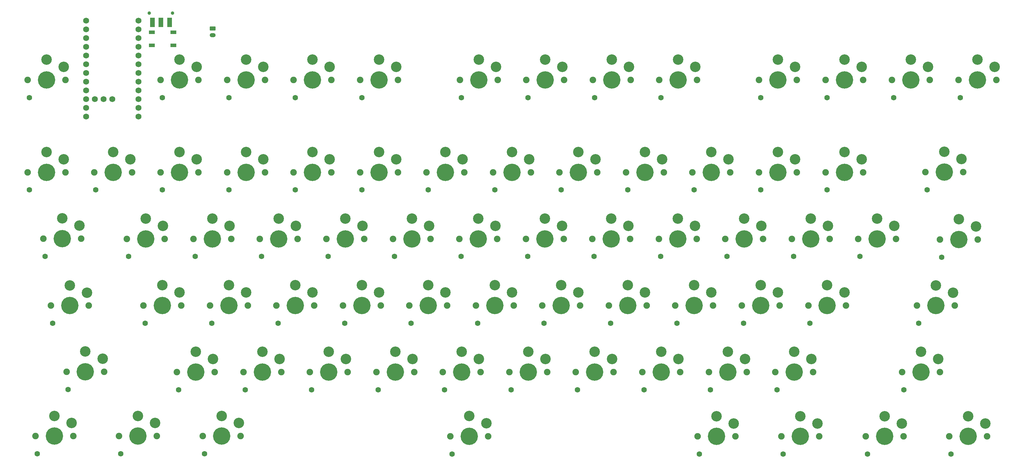
<source format=gbr>
%TF.GenerationSoftware,KiCad,Pcbnew,8.0.8*%
%TF.CreationDate,2025-01-25T15:20:35-08:00*%
%TF.ProjectId,CustomKeyboard,43757374-6f6d-44b6-9579-626f6172642e,rev?*%
%TF.SameCoordinates,Original*%
%TF.FileFunction,Soldermask,Top*%
%TF.FilePolarity,Negative*%
%FSLAX46Y46*%
G04 Gerber Fmt 4.6, Leading zero omitted, Abs format (unit mm)*
G04 Created by KiCad (PCBNEW 8.0.8) date 2025-01-25 15:20:35*
%MOMM*%
%LPD*%
G01*
G04 APERTURE LIST*
G04 Aperture macros list*
%AMRoundRect*
0 Rectangle with rounded corners*
0 $1 Rounding radius*
0 $2 $3 $4 $5 $6 $7 $8 $9 X,Y pos of 4 corners*
0 Add a 4 corners polygon primitive as box body*
4,1,4,$2,$3,$4,$5,$6,$7,$8,$9,$2,$3,0*
0 Add four circle primitives for the rounded corners*
1,1,$1+$1,$2,$3*
1,1,$1+$1,$4,$5*
1,1,$1+$1,$6,$7*
1,1,$1+$1,$8,$9*
0 Add four rect primitives between the rounded corners*
20,1,$1+$1,$2,$3,$4,$5,0*
20,1,$1+$1,$4,$5,$6,$7,0*
20,1,$1+$1,$6,$7,$8,$9,0*
20,1,$1+$1,$8,$9,$2,$3,0*%
G04 Aperture macros list end*
%ADD10C,3.050000*%
%ADD11C,5.050000*%
%ADD12C,1.900000*%
%ADD13C,1.600000*%
%ADD14C,1.752600*%
%ADD15C,1.000000*%
%ADD16RoundRect,0.102000X0.600000X1.250000X-0.600000X1.250000X-0.600000X-1.250000X0.600000X-1.250000X0*%
%ADD17R,1.700000X1.000000*%
%ADD18RoundRect,0.250000X-0.625000X0.350000X-0.625000X-0.350000X0.625000X-0.350000X0.625000X0.350000X0*%
%ADD19O,1.750000X1.200000*%
G04 APERTURE END LIST*
D10*
%TO.C,SW_]1*%
X283950000Y-86400000D03*
X288950000Y-88500000D03*
D11*
X283950000Y-92300000D03*
D12*
X278450000Y-92300000D03*
X289450000Y-92300000D03*
D13*
X278950000Y-97450000D03*
%TD*%
D10*
%TO.C,SW_\u005C1*%
X307750000Y-86600000D03*
X312750000Y-88700000D03*
D11*
X307750000Y-92500000D03*
D12*
X302250000Y-92500000D03*
X313250000Y-92500000D03*
D13*
X302750000Y-97650000D03*
%TD*%
D10*
%TO.C,SW_[1*%
X264600000Y-86400000D03*
X269600000Y-88500000D03*
D11*
X264600000Y-92300000D03*
D12*
X259100000Y-92300000D03*
X270100000Y-92300000D03*
D13*
X259600000Y-97450000D03*
%TD*%
D10*
%TO.C,SW_Z1*%
X85650000Y-125200000D03*
X90650000Y-127300000D03*
D11*
X85650000Y-131100000D03*
D12*
X80150000Y-131100000D03*
X91150000Y-131100000D03*
D13*
X80650000Y-136250000D03*
%TD*%
D10*
%TO.C,SW_Y1*%
X167850000Y-86400000D03*
X172850000Y-88500000D03*
D11*
X167850000Y-92300000D03*
D12*
X162350000Y-92300000D03*
X173350000Y-92300000D03*
D13*
X162850000Y-97450000D03*
%TD*%
D10*
%TO.C,SW_X1*%
X105000000Y-125200000D03*
X110000000Y-127300000D03*
D11*
X105000000Y-131100000D03*
D12*
X99500000Y-131100000D03*
X110500000Y-131100000D03*
D13*
X100000000Y-136250000D03*
%TD*%
D10*
%TO.C,SW_W1*%
X90450000Y-86400000D03*
X95450000Y-88500000D03*
D11*
X90450000Y-92300000D03*
D12*
X84950000Y-92300000D03*
X95950000Y-92300000D03*
D13*
X85450000Y-97450000D03*
%TD*%
D10*
%TO.C,SW_V1*%
X143700000Y-125200000D03*
X148700000Y-127300000D03*
D11*
X143700000Y-131100000D03*
D12*
X138200000Y-131100000D03*
X149200000Y-131100000D03*
D13*
X138700000Y-136250000D03*
%TD*%
D10*
%TO.C,SW_U1*%
X187200000Y-86400000D03*
X192200000Y-88500000D03*
D11*
X187200000Y-92300000D03*
D12*
X181700000Y-92300000D03*
X192700000Y-92300000D03*
D13*
X182200000Y-97450000D03*
%TD*%
D10*
%TO.C,SW_TILDE1*%
X42200000Y-67000000D03*
X47200000Y-69100000D03*
D11*
X42200000Y-72900000D03*
D12*
X36700000Y-72900000D03*
X47700000Y-72900000D03*
D13*
X37200000Y-78050000D03*
%TD*%
D10*
%TO.C,SW_TAB1*%
X46750000Y-86350000D03*
X51750000Y-88450000D03*
D11*
X46750000Y-92250000D03*
D12*
X41250000Y-92250000D03*
X52250000Y-92250000D03*
D13*
X41750000Y-97400000D03*
%TD*%
D10*
%TO.C,SW_T1*%
X148500000Y-86400000D03*
X153500000Y-88500000D03*
D11*
X148500000Y-92300000D03*
D12*
X143000000Y-92300000D03*
X154000000Y-92300000D03*
D13*
X143500000Y-97450000D03*
%TD*%
D10*
%TO.C,SW_SPACE1*%
X165200000Y-143892500D03*
X170200000Y-145992500D03*
D11*
X165200000Y-149792500D03*
D12*
X159700000Y-149792500D03*
X170700000Y-149792500D03*
D13*
X160200000Y-154942500D03*
%TD*%
D10*
%TO.C,SW_S1*%
X95250000Y-105800000D03*
X100250000Y-107900000D03*
D11*
X95250000Y-111700000D03*
D12*
X89750000Y-111700000D03*
X100750000Y-111700000D03*
D13*
X90250000Y-116850000D03*
%TD*%
D10*
%TO.C,SW_RWIN1*%
X261600000Y-143950000D03*
X266600000Y-146050000D03*
D11*
X261600000Y-149850000D03*
D12*
X256100000Y-149850000D03*
X267100000Y-149850000D03*
D13*
X256600000Y-155000000D03*
%TD*%
D10*
%TO.C,SW_RSHIFT1*%
X296702500Y-125180000D03*
X301702500Y-127280000D03*
D11*
X296702500Y-131080000D03*
D12*
X291202500Y-131080000D03*
X302202500Y-131080000D03*
D13*
X291702500Y-136230000D03*
%TD*%
D10*
%TO.C,SW_RCTRL1*%
X310400000Y-143950000D03*
X315400000Y-146050000D03*
D11*
X310400000Y-149850000D03*
D12*
X304900000Y-149850000D03*
X315900000Y-149850000D03*
D13*
X305400000Y-155000000D03*
%TD*%
D10*
%TO.C,SW_RC1*%
X286100000Y-143950000D03*
X291100000Y-146050000D03*
D11*
X286100000Y-149850000D03*
D12*
X280600000Y-149850000D03*
X291600000Y-149850000D03*
D13*
X281100000Y-155000000D03*
%TD*%
D10*
%TO.C,SW_RALT1*%
X237200000Y-143950000D03*
X242200000Y-146050000D03*
D11*
X237200000Y-149850000D03*
D12*
X231700000Y-149850000D03*
X242700000Y-149850000D03*
D13*
X232200000Y-155000000D03*
%TD*%
D10*
%TO.C,SW_R1*%
X129150000Y-86400000D03*
X134150000Y-88500000D03*
D11*
X129150000Y-92300000D03*
D12*
X123650000Y-92300000D03*
X134650000Y-92300000D03*
D13*
X124150000Y-97450000D03*
%TD*%
D10*
%TO.C,SW_Q1*%
X71100000Y-86400000D03*
X76100000Y-88500000D03*
D11*
X71100000Y-92300000D03*
D12*
X65600000Y-92300000D03*
X76600000Y-92300000D03*
D13*
X66100000Y-97450000D03*
%TD*%
D10*
%TO.C,SW_P1*%
X245250000Y-86400000D03*
X250250000Y-88500000D03*
D11*
X245250000Y-92300000D03*
D12*
X239750000Y-92300000D03*
X250750000Y-92300000D03*
D13*
X240250000Y-97450000D03*
%TD*%
D10*
%TO.C,SW_O1*%
X225900000Y-86400000D03*
X230900000Y-88500000D03*
D11*
X225900000Y-92300000D03*
D12*
X220400000Y-92300000D03*
X231400000Y-92300000D03*
D13*
X220900000Y-97450000D03*
%TD*%
D10*
%TO.C,SW_N1*%
X182400000Y-125200000D03*
X187400000Y-127300000D03*
D11*
X182400000Y-131100000D03*
D12*
X176900000Y-131100000D03*
X187900000Y-131100000D03*
D13*
X177400000Y-136250000D03*
%TD*%
D10*
%TO.C,SW_M1*%
X201750000Y-125200000D03*
X206750000Y-127300000D03*
D11*
X201750000Y-131100000D03*
D12*
X196250000Y-131100000D03*
X207250000Y-131100000D03*
D13*
X196750000Y-136250000D03*
%TD*%
D10*
%TO.C,SW_LWIN1*%
X68800000Y-143850000D03*
X73800000Y-145950000D03*
D11*
X68800000Y-149750000D03*
D12*
X63300000Y-149750000D03*
X74300000Y-149750000D03*
D13*
X63800000Y-154900000D03*
%TD*%
D10*
%TO.C,SW_LSHIFT1*%
X53500000Y-125100000D03*
X58500000Y-127200000D03*
D11*
X53500000Y-131000000D03*
D12*
X48000000Y-131000000D03*
X59000000Y-131000000D03*
D13*
X48500000Y-136150000D03*
%TD*%
D10*
%TO.C,SW_LCTRL1*%
X44500000Y-143850000D03*
X49500000Y-145950000D03*
D11*
X44500000Y-149750000D03*
D12*
X39000000Y-149750000D03*
X50000000Y-149750000D03*
D13*
X39500000Y-154900000D03*
%TD*%
D10*
%TO.C,SW_LALT1*%
X93200000Y-143850000D03*
X98200000Y-145950000D03*
D11*
X93200000Y-149750000D03*
D12*
X87700000Y-149750000D03*
X98700000Y-149750000D03*
D13*
X88200000Y-154900000D03*
%TD*%
D10*
%TO.C,SW_L1*%
X230700000Y-105800000D03*
X235700000Y-107900000D03*
D11*
X230700000Y-111700000D03*
D12*
X225200000Y-111700000D03*
X236200000Y-111700000D03*
D13*
X225700000Y-116850000D03*
%TD*%
D10*
%TO.C,SW_K1*%
X211350000Y-105800000D03*
X216350000Y-107900000D03*
D11*
X211350000Y-111700000D03*
D12*
X205850000Y-111700000D03*
X216850000Y-111700000D03*
D13*
X206350000Y-116850000D03*
%TD*%
D10*
%TO.C,SW_J1*%
X192000000Y-105800000D03*
X197000000Y-107900000D03*
D11*
X192000000Y-111700000D03*
D12*
X186500000Y-111700000D03*
X197500000Y-111700000D03*
D13*
X187000000Y-116850000D03*
%TD*%
D10*
%TO.C,SW_I1*%
X206550000Y-86400000D03*
X211550000Y-88500000D03*
D11*
X206550000Y-92300000D03*
D12*
X201050000Y-92300000D03*
X212050000Y-92300000D03*
D13*
X201550000Y-97450000D03*
%TD*%
D10*
%TO.C,SW_H1*%
X172650000Y-105800000D03*
X177650000Y-107900000D03*
D11*
X172650000Y-111700000D03*
D12*
X167150000Y-111700000D03*
X178150000Y-111700000D03*
D13*
X167650000Y-116850000D03*
%TD*%
D10*
%TO.C,SW_G1*%
X153300000Y-105800000D03*
X158300000Y-107900000D03*
D11*
X153300000Y-111700000D03*
D12*
X147800000Y-111700000D03*
X158800000Y-111700000D03*
D13*
X148300000Y-116850000D03*
%TD*%
D10*
%TO.C,SW_FKEY1*%
X133950000Y-105800000D03*
X138950000Y-107900000D03*
D11*
X133950000Y-111700000D03*
D12*
X128450000Y-111700000D03*
X139450000Y-111700000D03*
D13*
X128950000Y-116850000D03*
%TD*%
D10*
%TO.C,SW_F12*%
X313100000Y-40100000D03*
X318100000Y-42200000D03*
D11*
X313100000Y-46000000D03*
D12*
X307600000Y-46000000D03*
X318600000Y-46000000D03*
D13*
X308100000Y-51150000D03*
%TD*%
D10*
%TO.C,SW_F11*%
X293750000Y-40100000D03*
X298750000Y-42200000D03*
D11*
X293750000Y-46000000D03*
D12*
X288250000Y-46000000D03*
X299250000Y-46000000D03*
D13*
X288750000Y-51150000D03*
%TD*%
D10*
%TO.C,SW_F10*%
X274400000Y-40100000D03*
X279400000Y-42200000D03*
D11*
X274400000Y-46000000D03*
D12*
X268900000Y-46000000D03*
X279900000Y-46000000D03*
D13*
X269400000Y-51150000D03*
%TD*%
D10*
%TO.C,SW_F9*%
X255050000Y-40100000D03*
X260050000Y-42200000D03*
D11*
X255050000Y-46000000D03*
D12*
X249550000Y-46000000D03*
X260550000Y-46000000D03*
D13*
X250050000Y-51150000D03*
%TD*%
D10*
%TO.C,SW_F8*%
X226025000Y-40100000D03*
X231025000Y-42200000D03*
D11*
X226025000Y-46000000D03*
D12*
X220525000Y-46000000D03*
X231525000Y-46000000D03*
D13*
X221025000Y-51150000D03*
%TD*%
D10*
%TO.C,SW_F7*%
X206675000Y-40100000D03*
X211675000Y-42200000D03*
D11*
X206675000Y-46000000D03*
D12*
X201175000Y-46000000D03*
X212175000Y-46000000D03*
D13*
X201675000Y-51150000D03*
%TD*%
D10*
%TO.C,SW_F6*%
X187325000Y-40100000D03*
X192325000Y-42200000D03*
D11*
X187325000Y-46000000D03*
D12*
X181825000Y-46000000D03*
X192825000Y-46000000D03*
D13*
X182325000Y-51150000D03*
%TD*%
D10*
%TO.C,SW_F5*%
X167975000Y-40100000D03*
X172975000Y-42200000D03*
D11*
X167975000Y-46000000D03*
D12*
X162475000Y-46000000D03*
X173475000Y-46000000D03*
D13*
X162975000Y-51150000D03*
%TD*%
D10*
%TO.C,SW_F4*%
X138950000Y-40100000D03*
X143950000Y-42200000D03*
D11*
X138950000Y-46000000D03*
D12*
X133450000Y-46000000D03*
X144450000Y-46000000D03*
D13*
X133950000Y-51150000D03*
%TD*%
D10*
%TO.C,SW_F3*%
X119600000Y-40100000D03*
X124600000Y-42200000D03*
D11*
X119600000Y-46000000D03*
D12*
X114100000Y-46000000D03*
X125100000Y-46000000D03*
D13*
X114600000Y-51150000D03*
%TD*%
D10*
%TO.C,SW_F2*%
X100250000Y-40100000D03*
X105250000Y-42200000D03*
D11*
X100250000Y-46000000D03*
D12*
X94750000Y-46000000D03*
X105750000Y-46000000D03*
D13*
X95250000Y-51150000D03*
%TD*%
D10*
%TO.C,SW_F1*%
X80900000Y-40100000D03*
X85900000Y-42200000D03*
D11*
X80900000Y-46000000D03*
D12*
X75400000Y-46000000D03*
X86400000Y-46000000D03*
D13*
X75900000Y-51150000D03*
%TD*%
%TO.C,SW_ESC1*%
X37200000Y-51150000D03*
D12*
X47700000Y-46000000D03*
X36700000Y-46000000D03*
D11*
X42200000Y-46000000D03*
D10*
X47200000Y-42200000D03*
X42200000Y-40100000D03*
%TD*%
%TO.C,SW_ENTER1*%
X301000000Y-105850000D03*
X306000000Y-107950000D03*
D11*
X301000000Y-111750000D03*
D12*
X295500000Y-111750000D03*
X306500000Y-111750000D03*
D13*
X296000000Y-116900000D03*
%TD*%
D10*
%TO.C,SW_E1*%
X109800000Y-86400000D03*
X114800000Y-88500000D03*
D11*
X109800000Y-92300000D03*
D12*
X104300000Y-92300000D03*
X115300000Y-92300000D03*
D13*
X104800000Y-97450000D03*
%TD*%
D10*
%TO.C,SW_D1*%
X114600000Y-105800000D03*
X119600000Y-107900000D03*
D11*
X114600000Y-111700000D03*
D12*
X109100000Y-111700000D03*
X120100000Y-111700000D03*
D13*
X109600000Y-116850000D03*
%TD*%
D10*
%TO.C,SW_CAPS1*%
X49000000Y-105850000D03*
X54000000Y-107950000D03*
D11*
X49000000Y-111750000D03*
D12*
X43500000Y-111750000D03*
X54500000Y-111750000D03*
D13*
X44000000Y-116900000D03*
%TD*%
D10*
%TO.C,SW_C1*%
X124350000Y-125200000D03*
X129350000Y-127300000D03*
D11*
X124350000Y-131100000D03*
D12*
X118850000Y-131100000D03*
X129850000Y-131100000D03*
D13*
X119350000Y-136250000D03*
%TD*%
D10*
%TO.C,SW_BACK1*%
X303500000Y-66951000D03*
X308500000Y-69051000D03*
D11*
X303500000Y-72851000D03*
D12*
X298000000Y-72851000D03*
X309000000Y-72851000D03*
D13*
X298500000Y-78001000D03*
%TD*%
D10*
%TO.C,SW_B1*%
X163050000Y-125200000D03*
X168050000Y-127300000D03*
D11*
X163050000Y-131100000D03*
D12*
X157550000Y-131100000D03*
X168550000Y-131100000D03*
D13*
X158050000Y-136250000D03*
%TD*%
D10*
%TO.C,SW_A1*%
X75900000Y-105800000D03*
X80900000Y-107900000D03*
D11*
X75900000Y-111700000D03*
D12*
X70400000Y-111700000D03*
X81400000Y-111700000D03*
D13*
X70900000Y-116850000D03*
%TD*%
D10*
%TO.C,SW_=1*%
X274400000Y-67000000D03*
X279400000Y-69100000D03*
D11*
X274400000Y-72900000D03*
D12*
X268900000Y-72900000D03*
X279900000Y-72900000D03*
D13*
X269400000Y-78050000D03*
%TD*%
D10*
%TO.C,SW_;1*%
X250050000Y-105800000D03*
X255050000Y-107900000D03*
D11*
X250050000Y-111700000D03*
D12*
X244550000Y-111700000D03*
X255550000Y-111700000D03*
D13*
X245050000Y-116850000D03*
%TD*%
D10*
%TO.C,SW_9*%
X216350000Y-67000000D03*
X221350000Y-69100000D03*
D11*
X216350000Y-72900000D03*
D12*
X210850000Y-72900000D03*
X221850000Y-72900000D03*
D13*
X211350000Y-78050000D03*
%TD*%
D10*
%TO.C,SW_8*%
X197000000Y-67000000D03*
X202000000Y-69100000D03*
D11*
X197000000Y-72900000D03*
D12*
X191500000Y-72900000D03*
X202500000Y-72900000D03*
D13*
X192000000Y-78050000D03*
%TD*%
D10*
%TO.C,SW_7*%
X177650000Y-67000000D03*
X182650000Y-69100000D03*
D11*
X177650000Y-72900000D03*
D12*
X172150000Y-72900000D03*
X183150000Y-72900000D03*
D13*
X172650000Y-78050000D03*
%TD*%
D10*
%TO.C,SW_6*%
X158300000Y-67000000D03*
X163300000Y-69100000D03*
D11*
X158300000Y-72900000D03*
D12*
X152800000Y-72900000D03*
X163800000Y-72900000D03*
D13*
X153300000Y-78050000D03*
%TD*%
D10*
%TO.C,SW_5*%
X138950000Y-67000000D03*
X143950000Y-69100000D03*
D11*
X138950000Y-72900000D03*
D12*
X133450000Y-72900000D03*
X144450000Y-72900000D03*
D13*
X133950000Y-78050000D03*
%TD*%
D10*
%TO.C,SW_4*%
X119600000Y-67000000D03*
X124600000Y-69100000D03*
D11*
X119600000Y-72900000D03*
D12*
X114100000Y-72900000D03*
X125100000Y-72900000D03*
D13*
X114600000Y-78050000D03*
%TD*%
D10*
%TO.C,SW_3*%
X100250000Y-67000000D03*
X105250000Y-69100000D03*
D11*
X100250000Y-72900000D03*
D12*
X94750000Y-72900000D03*
X105750000Y-72900000D03*
D13*
X95250000Y-78050000D03*
%TD*%
D10*
%TO.C,SW_2*%
X80900000Y-67000000D03*
X85900000Y-69100000D03*
D11*
X80900000Y-72900000D03*
D12*
X75400000Y-72900000D03*
X86400000Y-72900000D03*
D13*
X75900000Y-78050000D03*
%TD*%
D10*
%TO.C,SW_1*%
X61550000Y-67000000D03*
X66550000Y-69100000D03*
D11*
X61550000Y-72900000D03*
D12*
X56050000Y-72900000D03*
X67050000Y-72900000D03*
D13*
X56550000Y-78050000D03*
%TD*%
D10*
%TO.C,SW_0*%
X235700000Y-67000000D03*
X240700000Y-69100000D03*
D11*
X235700000Y-72900000D03*
D12*
X230200000Y-72900000D03*
X241200000Y-72900000D03*
D13*
X230700000Y-78050000D03*
%TD*%
D10*
%TO.C,SW_/1*%
X259800000Y-125200000D03*
X264800000Y-127300000D03*
D11*
X259800000Y-131100000D03*
D12*
X254300000Y-131100000D03*
X265300000Y-131100000D03*
D13*
X254800000Y-136250000D03*
%TD*%
D10*
%TO.C,SW_.1*%
X240450000Y-125200000D03*
X245450000Y-127300000D03*
D11*
X240450000Y-131100000D03*
D12*
X234950000Y-131100000D03*
X245950000Y-131100000D03*
D13*
X235450000Y-136250000D03*
%TD*%
D10*
%TO.C,SW_-1*%
X255050000Y-67000000D03*
X260050000Y-69100000D03*
D11*
X255050000Y-72900000D03*
D12*
X249550000Y-72900000D03*
X260550000Y-72900000D03*
D13*
X250050000Y-78050000D03*
%TD*%
D10*
%TO.C,SW_\u002C1*%
X221100000Y-125200000D03*
X226100000Y-127300000D03*
D11*
X221100000Y-131100000D03*
D12*
X215600000Y-131100000D03*
X226600000Y-131100000D03*
D13*
X216100000Y-136250000D03*
%TD*%
D10*
%TO.C,SW_'1*%
X269400000Y-105800000D03*
X274400000Y-107900000D03*
D11*
X269400000Y-111700000D03*
D12*
X263900000Y-111700000D03*
X274900000Y-111700000D03*
D13*
X264400000Y-116850000D03*
%TD*%
D14*
%TO.C,U2*%
X53750000Y-28750000D03*
X53750000Y-31290000D03*
X53750000Y-33830000D03*
X53750000Y-36370000D03*
X53750000Y-38910000D03*
X53750000Y-41450000D03*
X53750000Y-43990000D03*
X53750000Y-46530000D03*
X53750000Y-49070000D03*
X53750000Y-51610000D03*
X53750000Y-54150000D03*
X53750000Y-56690000D03*
X68990000Y-56690000D03*
X68990000Y-54150000D03*
X68990000Y-51610000D03*
X68990000Y-49070000D03*
X68990000Y-46530000D03*
X68990000Y-43990000D03*
X68990000Y-41450000D03*
X68990000Y-38910000D03*
X68990000Y-36370000D03*
X68990000Y-33830000D03*
X68990000Y-31290000D03*
X68990000Y-28750000D03*
X56290000Y-51610000D03*
X58830000Y-51610000D03*
X61370000Y-51610000D03*
%TD*%
D15*
%TO.C,SW2*%
X78900000Y-26500000D03*
X72100000Y-26500000D03*
D16*
X78000000Y-29250000D03*
X75500000Y-29250000D03*
X73000000Y-29250000D03*
%TD*%
D17*
%TO.C,SW1*%
X72850000Y-32100000D03*
X79150000Y-32100000D03*
X72850000Y-35900000D03*
X79150000Y-35900000D03*
%TD*%
D18*
%TO.C,J1*%
X90550000Y-31000000D03*
D19*
X90550000Y-33000000D03*
%TD*%
M02*

</source>
